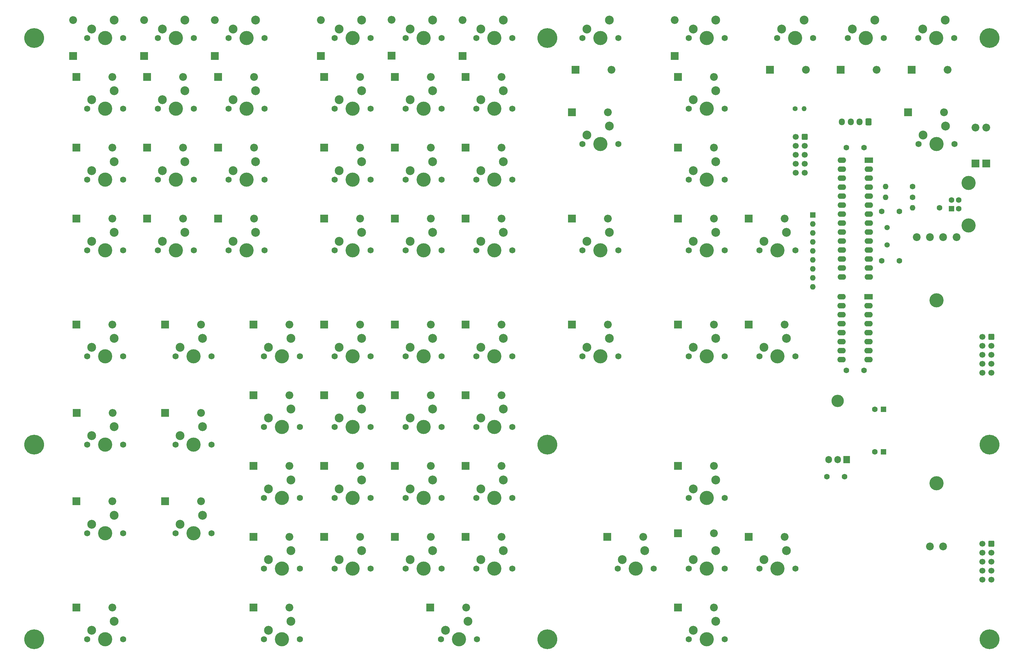
<source format=gbr>
%TF.GenerationSoftware,KiCad,Pcbnew,7.0.5*%
%TF.CreationDate,2023-07-04T22:58:32+02:00*%
%TF.ProjectId,CMD_Board,434d445f-426f-4617-9264-2e6b69636164,rev?*%
%TF.SameCoordinates,Original*%
%TF.FileFunction,Soldermask,Bot*%
%TF.FilePolarity,Negative*%
%FSLAX46Y46*%
G04 Gerber Fmt 4.6, Leading zero omitted, Abs format (unit mm)*
G04 Created by KiCad (PCBNEW 7.0.5) date 2023-07-04 22:58:32*
%MOMM*%
%LPD*%
G01*
G04 APERTURE LIST*
G04 Aperture macros list*
%AMRoundRect*
0 Rectangle with rounded corners*
0 $1 Rounding radius*
0 $2 $3 $4 $5 $6 $7 $8 $9 X,Y pos of 4 corners*
0 Add a 4 corners polygon primitive as box body*
4,1,4,$2,$3,$4,$5,$6,$7,$8,$9,$2,$3,0*
0 Add four circle primitives for the rounded corners*
1,1,$1+$1,$2,$3*
1,1,$1+$1,$4,$5*
1,1,$1+$1,$6,$7*
1,1,$1+$1,$8,$9*
0 Add four rect primitives between the rounded corners*
20,1,$1+$1,$2,$3,$4,$5,0*
20,1,$1+$1,$4,$5,$6,$7,0*
20,1,$1+$1,$6,$7,$8,$9,0*
20,1,$1+$1,$8,$9,$2,$3,0*%
G04 Aperture macros list end*
%ADD10R,2.200000X2.200000*%
%ADD11O,2.200000X2.200000*%
%ADD12C,4.000000*%
%ADD13C,1.750000*%
%ADD14C,2.500000*%
%ADD15C,5.600000*%
%ADD16C,2.200000*%
%ADD17RoundRect,0.250000X0.600000X0.600000X-0.600000X0.600000X-0.600000X-0.600000X0.600000X-0.600000X0*%
%ADD18C,1.700000*%
%ADD19R,1.600000X1.600000*%
%ADD20C,1.600000*%
%ADD21C,1.400000*%
%ADD22O,1.400000X1.400000*%
%ADD23O,1.600000X1.600000*%
%ADD24C,1.500000*%
%ADD25O,3.500000X3.500000*%
%ADD26R,1.905000X2.000000*%
%ADD27O,1.905000X2.000000*%
%ADD28RoundRect,0.250000X0.600000X0.725000X-0.600000X0.725000X-0.600000X-0.725000X0.600000X-0.725000X0*%
%ADD29O,1.700000X1.950000*%
%ADD30R,2.400000X1.600000*%
%ADD31O,2.400000X1.600000*%
G04 APERTURE END LIST*
D10*
%TO.C,D58*%
X106920000Y-181000000D03*
D11*
X117080000Y-181000000D03*
%TD*%
D10*
%TO.C,D70*%
X246920000Y-161000000D03*
D11*
X257080000Y-161000000D03*
%TD*%
D12*
%TO.C,SW14*%
X155000000Y-20000000D03*
D13*
X149920000Y-20000000D03*
X160080000Y-20000000D03*
D14*
X151190000Y-17460000D03*
X157540000Y-14920000D03*
%TD*%
D12*
%TO.C,SW11*%
X85000000Y-80000000D03*
D13*
X90080000Y-80000000D03*
X79920000Y-80000000D03*
D14*
X81190000Y-77460000D03*
X87540000Y-74920000D03*
%TD*%
D13*
%TO.C,SW25*%
X199920000Y-20000000D03*
X210080000Y-20000000D03*
D12*
X205000000Y-20000000D03*
D14*
X201190000Y-17460000D03*
X207540000Y-14920000D03*
%TD*%
D15*
%TO.C,H2*%
X315000000Y-135000000D03*
%TD*%
D13*
%TO.C,SW56*%
X109920000Y-190000000D03*
X120080000Y-190000000D03*
D12*
X115000000Y-190000000D03*
D14*
X111190000Y-187460000D03*
X117540000Y-184920000D03*
%TD*%
D10*
%TO.C,D71*%
X226920000Y-181000000D03*
D11*
X237080000Y-181000000D03*
%TD*%
D10*
%TO.C,D44*%
X106920000Y-141000000D03*
D11*
X117080000Y-141000000D03*
%TD*%
D10*
%TO.C,D42*%
X106920000Y-101000000D03*
D11*
X117080000Y-101000000D03*
%TD*%
D13*
%TO.C,SW54*%
X169920000Y-150000000D03*
D12*
X175000000Y-150000000D03*
D13*
X180080000Y-150000000D03*
D14*
X171190000Y-147460000D03*
X177540000Y-144920000D03*
%TD*%
D13*
%TO.C,SW6*%
X99920000Y-40000000D03*
X110080000Y-40000000D03*
D12*
X105000000Y-40000000D03*
D14*
X101190000Y-37460000D03*
X107540000Y-34920000D03*
%TD*%
D10*
%TO.C,D14*%
X126000000Y-25080000D03*
D11*
X126000000Y-14920000D03*
%TD*%
D12*
%TO.C,SW52*%
X175000000Y-110000000D03*
D13*
X169920000Y-110000000D03*
X180080000Y-110000000D03*
D14*
X171190000Y-107460000D03*
X177540000Y-104920000D03*
%TD*%
D12*
%TO.C,SW20*%
X155000000Y-60000000D03*
D13*
X160080000Y-60000000D03*
X149920000Y-60000000D03*
D14*
X151190000Y-57460000D03*
X157540000Y-54920000D03*
%TD*%
D13*
%TO.C,SW12*%
X110080000Y-80000000D03*
D12*
X105000000Y-80000000D03*
D13*
X99920000Y-80000000D03*
D14*
X101190000Y-77460000D03*
X107540000Y-74920000D03*
%TD*%
D13*
%TO.C,SW35*%
X59920000Y-160000000D03*
D12*
X65000000Y-160000000D03*
D13*
X70080000Y-160000000D03*
D14*
X61190000Y-157460000D03*
X67540000Y-154920000D03*
%TD*%
D10*
%TO.C,D21*%
X126920000Y-51000000D03*
D11*
X137080000Y-51000000D03*
%TD*%
D12*
%TO.C,SW19*%
X135000000Y-60000000D03*
D13*
X140080000Y-60000000D03*
X129920000Y-60000000D03*
D14*
X131190000Y-57460000D03*
X137540000Y-54920000D03*
%TD*%
D10*
%TO.C,D40*%
X81920000Y-151000000D03*
D11*
X92080000Y-151000000D03*
%TD*%
D13*
%TO.C,SW28*%
X240080000Y-20000000D03*
D12*
X235000000Y-20000000D03*
D13*
X229920000Y-20000000D03*
D14*
X231190000Y-17460000D03*
X237540000Y-14920000D03*
%TD*%
D13*
%TO.C,SW26*%
X210080000Y-50000000D03*
D12*
X205000000Y-50000000D03*
D13*
X199920000Y-50000000D03*
D14*
X201190000Y-47460000D03*
X207540000Y-44920000D03*
%TD*%
D13*
%TO.C,SW13*%
X140080000Y-20000000D03*
X129920000Y-20000000D03*
D12*
X135000000Y-20000000D03*
D14*
X131190000Y-17460000D03*
X137540000Y-14920000D03*
%TD*%
D10*
%TO.C,D68*%
X206920000Y-161000000D03*
D11*
X217080000Y-161000000D03*
%TD*%
D10*
%TO.C,D17*%
X126920000Y-31000000D03*
D11*
X137080000Y-31000000D03*
%TD*%
D10*
%TO.C,D56*%
X166920000Y-141000000D03*
D11*
X177080000Y-141000000D03*
%TD*%
D12*
%TO.C,SW32*%
X255000000Y-80000000D03*
D13*
X249920000Y-80000000D03*
X260080000Y-80000000D03*
D14*
X251190000Y-77460000D03*
X257540000Y-74920000D03*
%TD*%
D13*
%TO.C,SW1*%
X70080000Y-20000000D03*
X59920000Y-20000000D03*
D12*
X65000000Y-20000000D03*
D14*
X61190000Y-17460000D03*
X67540000Y-14920000D03*
%TD*%
D10*
%TO.C,D49*%
X126920000Y-161000000D03*
D11*
X137080000Y-161000000D03*
%TD*%
D12*
%TO.C,SW3*%
X105000000Y-20000000D03*
D13*
X99920000Y-20000000D03*
X110080000Y-20000000D03*
D14*
X101190000Y-17460000D03*
X107540000Y-14920000D03*
%TD*%
D10*
%TO.C,D60*%
X196920000Y-101000000D03*
D11*
X207080000Y-101000000D03*
%TD*%
D13*
%TO.C,SW24*%
X180080000Y-80000000D03*
D12*
X175000000Y-80000000D03*
D13*
X169920000Y-80000000D03*
D14*
X171190000Y-77460000D03*
X177540000Y-74920000D03*
%TD*%
D10*
%TO.C,D29*%
X196920000Y-71000000D03*
D11*
X207080000Y-71000000D03*
%TD*%
D13*
%TO.C,SW60*%
X249920000Y-110000000D03*
D12*
X255000000Y-110000000D03*
D13*
X260080000Y-110000000D03*
D14*
X251190000Y-107460000D03*
X257540000Y-104920000D03*
%TD*%
D10*
%TO.C,D23*%
X166920000Y-51000000D03*
D11*
X177080000Y-51000000D03*
%TD*%
D10*
%TO.C,D52*%
X146920000Y-141000000D03*
D11*
X157080000Y-141000000D03*
%TD*%
D13*
%TO.C,SW68*%
X249920000Y-170000000D03*
X260080000Y-170000000D03*
D12*
X255000000Y-170000000D03*
D14*
X251190000Y-167460000D03*
X257540000Y-164920000D03*
%TD*%
D10*
%TO.C,D30*%
X226000000Y-25080000D03*
D11*
X226000000Y-14920000D03*
%TD*%
D13*
%TO.C,SW69*%
X229920000Y-190000000D03*
X240080000Y-190000000D03*
D12*
X235000000Y-190000000D03*
D14*
X231190000Y-187460000D03*
X237540000Y-184920000D03*
%TD*%
D15*
%TO.C,H5*%
X190000000Y-190000000D03*
%TD*%
D10*
%TO.C,D27*%
X197920000Y-29000000D03*
D11*
X208080000Y-29000000D03*
%TD*%
D10*
%TO.C,D31*%
X226920000Y-31000000D03*
D11*
X237080000Y-31000000D03*
%TD*%
D13*
%TO.C,SW57*%
X159920000Y-190000000D03*
X170080000Y-190000000D03*
D12*
X165000000Y-190000000D03*
D14*
X161190000Y-187460000D03*
X167540000Y-184920000D03*
%TD*%
D10*
%TO.C,D62*%
X246920000Y-101000000D03*
D11*
X257080000Y-101000000D03*
%TD*%
D13*
%TO.C,SW4*%
X59920000Y-40000000D03*
X70080000Y-40000000D03*
D12*
X65000000Y-40000000D03*
D14*
X61190000Y-37460000D03*
X67540000Y-34920000D03*
%TD*%
D13*
%TO.C,SW51*%
X149920000Y-170000000D03*
X160080000Y-170000000D03*
D12*
X155000000Y-170000000D03*
D14*
X151190000Y-167460000D03*
X157540000Y-164920000D03*
%TD*%
D13*
%TO.C,SW34*%
X59920000Y-135000000D03*
D12*
X65000000Y-135000000D03*
D13*
X70080000Y-135000000D03*
D14*
X61190000Y-132460000D03*
X67540000Y-129920000D03*
%TD*%
D10*
%TO.C,D67*%
X291920000Y-41000000D03*
D11*
X302080000Y-41000000D03*
%TD*%
D13*
%TO.C,SW66*%
X209920000Y-170000000D03*
X220080000Y-170000000D03*
D12*
X215000000Y-170000000D03*
D14*
X211190000Y-167460000D03*
X217540000Y-164920000D03*
%TD*%
D10*
%TO.C,D22*%
X146920000Y-51000000D03*
D11*
X157080000Y-51000000D03*
%TD*%
D12*
%TO.C,SW16*%
X135000000Y-40000000D03*
D13*
X129920000Y-40000000D03*
X140080000Y-40000000D03*
D14*
X131190000Y-37460000D03*
X137540000Y-34920000D03*
%TD*%
D10*
%TO.C,D9*%
X76920000Y-51000000D03*
D11*
X87080000Y-51000000D03*
%TD*%
D13*
%TO.C,SW22*%
X129920000Y-80000000D03*
X140080000Y-80000000D03*
D12*
X135000000Y-80000000D03*
D14*
X131190000Y-77460000D03*
X137540000Y-74920000D03*
%TD*%
D12*
%TO.C,SW17*%
X155000000Y-40000000D03*
D13*
X160080000Y-40000000D03*
X149920000Y-40000000D03*
D14*
X151190000Y-37460000D03*
X157540000Y-34920000D03*
%TD*%
D15*
%TO.C,H3*%
X190000000Y-135000000D03*
%TD*%
D13*
%TO.C,SW50*%
X149920000Y-150000000D03*
D12*
X155000000Y-150000000D03*
D13*
X160080000Y-150000000D03*
D14*
X151190000Y-147460000D03*
X157540000Y-144920000D03*
%TD*%
D12*
%TO.C,SW42*%
X115000000Y-150000000D03*
D13*
X109920000Y-150000000D03*
X120080000Y-150000000D03*
D14*
X111190000Y-147460000D03*
X117540000Y-144920000D03*
%TD*%
D13*
%TO.C,SW65*%
X294920000Y-50000000D03*
D12*
X300000000Y-50000000D03*
D13*
X305080000Y-50000000D03*
D14*
X296190000Y-47460000D03*
X302540000Y-44920000D03*
%TD*%
D10*
%TO.C,D69*%
X226920000Y-160000000D03*
D11*
X237080000Y-160000000D03*
%TD*%
D13*
%TO.C,SW33*%
X70080000Y-110000000D03*
X59920000Y-110000000D03*
D12*
X65000000Y-110000000D03*
D14*
X61190000Y-107460000D03*
X67540000Y-104920000D03*
%TD*%
D10*
%TO.C,D6*%
X76920000Y-31000000D03*
D11*
X87080000Y-31000000D03*
%TD*%
D12*
%TO.C,SW53*%
X175000000Y-130000000D03*
D13*
X180080000Y-130000000D03*
X169920000Y-130000000D03*
D14*
X171190000Y-127460000D03*
X177540000Y-124920000D03*
%TD*%
D12*
%TO.C,SW23*%
X155000000Y-80000000D03*
D13*
X160080000Y-80000000D03*
X149920000Y-80000000D03*
D14*
X151190000Y-77460000D03*
X157540000Y-74920000D03*
%TD*%
D10*
%TO.C,D59*%
X156920000Y-181000000D03*
D11*
X167080000Y-181000000D03*
%TD*%
D10*
%TO.C,D13*%
X96920000Y-71000000D03*
D11*
X107080000Y-71000000D03*
%TD*%
D13*
%TO.C,SW58*%
X199920000Y-110000000D03*
X210080000Y-110000000D03*
D12*
X205000000Y-110000000D03*
D14*
X201190000Y-107460000D03*
X207540000Y-104920000D03*
%TD*%
D12*
%TO.C,SW29*%
X235000000Y-40000000D03*
D13*
X240080000Y-40000000D03*
X229920000Y-40000000D03*
D14*
X231190000Y-37460000D03*
X237540000Y-34920000D03*
%TD*%
D13*
%TO.C,SW36*%
X95080000Y-110000000D03*
X84920000Y-110000000D03*
D12*
X90000000Y-110000000D03*
D14*
X86190000Y-107460000D03*
X92540000Y-104920000D03*
%TD*%
D13*
%TO.C,SW49*%
X149920000Y-130000000D03*
X160080000Y-130000000D03*
D12*
X155000000Y-130000000D03*
D14*
X151190000Y-127460000D03*
X157540000Y-124920000D03*
%TD*%
D13*
%TO.C,SW45*%
X129920000Y-130000000D03*
X140080000Y-130000000D03*
D12*
X135000000Y-130000000D03*
D14*
X131190000Y-127460000D03*
X137540000Y-124920000D03*
%TD*%
D10*
%TO.C,D51*%
X146920000Y-121000000D03*
D11*
X157080000Y-121000000D03*
%TD*%
D13*
%TO.C,SW37*%
X84920000Y-135000000D03*
D12*
X90000000Y-135000000D03*
D13*
X95080000Y-135000000D03*
D14*
X86190000Y-132460000D03*
X92540000Y-129920000D03*
%TD*%
D10*
%TO.C,D8*%
X56920000Y-51000000D03*
D11*
X67080000Y-51000000D03*
%TD*%
D13*
%TO.C,SW9*%
X110080000Y-60000000D03*
D12*
X105000000Y-60000000D03*
D13*
X99920000Y-60000000D03*
D14*
X101190000Y-57460000D03*
X107540000Y-54920000D03*
%TD*%
D12*
%TO.C,SW55*%
X175000000Y-170000000D03*
D13*
X169920000Y-170000000D03*
X180080000Y-170000000D03*
D14*
X171190000Y-167460000D03*
X177540000Y-164920000D03*
%TD*%
D10*
%TO.C,D45*%
X106920000Y-161000000D03*
D11*
X117080000Y-161000000D03*
%TD*%
D10*
%TO.C,D63*%
X252920000Y-29000000D03*
D11*
X263080000Y-29000000D03*
%TD*%
D10*
%TO.C,D47*%
X126920000Y-121000000D03*
D11*
X137080000Y-121000000D03*
%TD*%
D10*
%TO.C,D5*%
X56920000Y-31000000D03*
D11*
X67080000Y-31000000D03*
%TD*%
D10*
%TO.C,D53*%
X146920000Y-161000000D03*
D11*
X157080000Y-161000000D03*
%TD*%
D13*
%TO.C,SW15*%
X180080000Y-20000000D03*
X169920000Y-20000000D03*
D12*
X175000000Y-20000000D03*
D14*
X171190000Y-17460000D03*
X177540000Y-14920000D03*
%TD*%
D10*
%TO.C,D7*%
X96920000Y-31000000D03*
D11*
X107080000Y-31000000D03*
%TD*%
D10*
%TO.C,D26*%
X166920000Y-71000000D03*
D11*
X177080000Y-71000000D03*
%TD*%
D13*
%TO.C,SW63*%
X229920000Y-150000000D03*
X240080000Y-150000000D03*
D12*
X235000000Y-150000000D03*
D14*
X231190000Y-147460000D03*
X237540000Y-144920000D03*
%TD*%
D13*
%TO.C,SW8*%
X90080000Y-60000000D03*
X79920000Y-60000000D03*
D12*
X85000000Y-60000000D03*
D14*
X81190000Y-57460000D03*
X87540000Y-54920000D03*
%TD*%
D13*
%TO.C,SW18*%
X169920000Y-40000000D03*
X180080000Y-40000000D03*
D12*
X175000000Y-40000000D03*
D14*
X171190000Y-37460000D03*
X177540000Y-34920000D03*
%TD*%
D15*
%TO.C,H2*%
X190000000Y-20000000D03*
%TD*%
D10*
%TO.C,D32*%
X226920000Y-51000000D03*
D11*
X237080000Y-51000000D03*
%TD*%
D15*
%TO.C,H1*%
X45000000Y-135000000D03*
%TD*%
D10*
%TO.C,D41*%
X56920000Y-181000000D03*
D11*
X67080000Y-181000000D03*
%TD*%
D13*
%TO.C,SW62*%
X274920000Y-20000000D03*
D12*
X280000000Y-20000000D03*
D13*
X285080000Y-20000000D03*
D14*
X276190000Y-17460000D03*
X282540000Y-14920000D03*
%TD*%
D12*
%TO.C,SW47*%
X135000000Y-170000000D03*
D13*
X140080000Y-170000000D03*
X129920000Y-170000000D03*
D14*
X131190000Y-167460000D03*
X137540000Y-164920000D03*
%TD*%
D10*
%TO.C,D66*%
X292920000Y-29000000D03*
D11*
X303080000Y-29000000D03*
%TD*%
D15*
%TO.C,H4*%
X45000000Y-20000000D03*
%TD*%
D10*
%TO.C,D28*%
X196920000Y-41000000D03*
D11*
X207080000Y-41000000D03*
%TD*%
D12*
%TO.C,SW61*%
X260000000Y-20000000D03*
D13*
X265080000Y-20000000D03*
X254920000Y-20000000D03*
D14*
X256190000Y-17460000D03*
X262540000Y-14920000D03*
%TD*%
D10*
%TO.C,D57*%
X166920000Y-161000000D03*
D11*
X177080000Y-161000000D03*
%TD*%
D10*
%TO.C,D46*%
X126920000Y-101000000D03*
D11*
X137080000Y-101000000D03*
%TD*%
D10*
%TO.C,D64*%
X272920000Y-29000000D03*
D11*
X283080000Y-29000000D03*
%TD*%
D10*
%TO.C,D4*%
X96000000Y-25080000D03*
D11*
X96000000Y-14920000D03*
%TD*%
D13*
%TO.C,SW43*%
X120080000Y-170000000D03*
D12*
X115000000Y-170000000D03*
D13*
X109920000Y-170000000D03*
D14*
X111190000Y-167460000D03*
X117540000Y-164920000D03*
%TD*%
D10*
%TO.C,D65*%
X226920000Y-141000000D03*
D11*
X237080000Y-141000000D03*
%TD*%
D10*
%TO.C,D24*%
X126920000Y-71000000D03*
D11*
X137080000Y-71000000D03*
%TD*%
D13*
%TO.C,SW27*%
X210080000Y-80000000D03*
X199920000Y-80000000D03*
D12*
X205000000Y-80000000D03*
D14*
X201190000Y-77460000D03*
X207540000Y-74920000D03*
%TD*%
D10*
%TO.C,D35*%
X56920000Y-101000000D03*
D11*
X67080000Y-101000000D03*
%TD*%
D13*
%TO.C,SW40*%
X109920000Y-110000000D03*
X120080000Y-110000000D03*
D12*
X115000000Y-110000000D03*
D14*
X111190000Y-107460000D03*
X117540000Y-104920000D03*
%TD*%
D15*
%TO.C,H6*%
X45000000Y-190000000D03*
%TD*%
D10*
%TO.C,D43*%
X106920000Y-121000000D03*
D11*
X117080000Y-121000000D03*
%TD*%
D10*
%TO.C,D12*%
X76920000Y-71000000D03*
D11*
X87080000Y-71000000D03*
%TD*%
D13*
%TO.C,SW31*%
X229920000Y-80000000D03*
D12*
X235000000Y-80000000D03*
D13*
X240080000Y-80000000D03*
D14*
X231190000Y-77460000D03*
X237540000Y-74920000D03*
%TD*%
D15*
%TO.C,H2*%
X315000000Y-190000000D03*
%TD*%
D13*
%TO.C,SW64*%
X294840000Y-20000000D03*
X305000000Y-20000000D03*
D12*
X299920000Y-20000000D03*
D14*
X296110000Y-17460000D03*
X302460000Y-14920000D03*
%TD*%
D10*
%TO.C,D20*%
X166920000Y-31000000D03*
D11*
X177080000Y-31000000D03*
%TD*%
D15*
%TO.C,H2*%
X315000000Y-20000000D03*
%TD*%
D10*
%TO.C,D33*%
X226920000Y-71000000D03*
D11*
X237080000Y-71000000D03*
%TD*%
D10*
%TO.C,D34*%
X246920000Y-71000000D03*
D11*
X257080000Y-71000000D03*
%TD*%
D10*
%TO.C,D55*%
X166920000Y-121000000D03*
D11*
X177080000Y-121000000D03*
%TD*%
D13*
%TO.C,SW10*%
X70080000Y-80000000D03*
D12*
X65000000Y-80000000D03*
D13*
X59920000Y-80000000D03*
D14*
X61190000Y-77460000D03*
X67540000Y-74920000D03*
%TD*%
D10*
%TO.C,D2*%
X56000000Y-25080000D03*
D11*
X56000000Y-14920000D03*
%TD*%
D10*
%TO.C,D15*%
X146000000Y-25000000D03*
D11*
X146000000Y-14840000D03*
%TD*%
D10*
%TO.C,D36*%
X57000000Y-126000000D03*
D11*
X67160000Y-126000000D03*
%TD*%
D10*
%TO.C,D10*%
X96920000Y-51000000D03*
D11*
X107080000Y-51000000D03*
%TD*%
D13*
%TO.C,SW7*%
X70080000Y-60000000D03*
X59920000Y-60000000D03*
D12*
X65000000Y-60000000D03*
D14*
X61190000Y-57460000D03*
X67540000Y-54920000D03*
%TD*%
D13*
%TO.C,SW38*%
X84920000Y-160000000D03*
X95080000Y-160000000D03*
D12*
X90000000Y-160000000D03*
D14*
X86190000Y-157460000D03*
X92540000Y-154920000D03*
%TD*%
D10*
%TO.C,D50*%
X146920000Y-101000000D03*
D11*
X157080000Y-101000000D03*
%TD*%
D10*
%TO.C,D19*%
X146920000Y-31000000D03*
D11*
X157080000Y-31000000D03*
%TD*%
D13*
%TO.C,SW30*%
X229920000Y-60000000D03*
X240080000Y-60000000D03*
D12*
X235000000Y-60000000D03*
D14*
X231190000Y-57460000D03*
X237540000Y-54920000D03*
%TD*%
D13*
%TO.C,SW21*%
X169920000Y-60000000D03*
D12*
X175000000Y-60000000D03*
D13*
X180080000Y-60000000D03*
D14*
X171190000Y-57460000D03*
X177540000Y-54920000D03*
%TD*%
D10*
%TO.C,D38*%
X81920000Y-101000000D03*
D11*
X92080000Y-101000000D03*
%TD*%
D10*
%TO.C,D48*%
X126920000Y-141000000D03*
D11*
X137080000Y-141000000D03*
%TD*%
D12*
%TO.C,SW67*%
X235000000Y-170000000D03*
D13*
X240080000Y-170000000D03*
X229920000Y-170000000D03*
D14*
X231190000Y-167460000D03*
X237540000Y-164920000D03*
%TD*%
D10*
%TO.C,D3*%
X76000000Y-25080000D03*
D11*
X76000000Y-14920000D03*
%TD*%
D10*
%TO.C,D54*%
X166920000Y-101000000D03*
D11*
X177080000Y-101000000D03*
%TD*%
D10*
%TO.C,D11*%
X56920000Y-71000000D03*
D11*
X67080000Y-71000000D03*
%TD*%
D10*
%TO.C,D37*%
X56920000Y-151000000D03*
D11*
X67080000Y-151000000D03*
%TD*%
D12*
%TO.C,SW46*%
X135000000Y-150000000D03*
D13*
X129920000Y-150000000D03*
X140080000Y-150000000D03*
D14*
X131190000Y-147460000D03*
X137540000Y-144920000D03*
%TD*%
D13*
%TO.C,SW41*%
X109920000Y-130000000D03*
D12*
X115000000Y-130000000D03*
D13*
X120080000Y-130000000D03*
D14*
X111190000Y-127460000D03*
X117540000Y-124920000D03*
%TD*%
D12*
%TO.C,SW5*%
X85000000Y-40000000D03*
D13*
X90080000Y-40000000D03*
X79920000Y-40000000D03*
D14*
X81190000Y-37460000D03*
X87540000Y-34920000D03*
%TD*%
D10*
%TO.C,D25*%
X146920000Y-71000000D03*
D11*
X157080000Y-71000000D03*
%TD*%
D10*
%TO.C,D61*%
X226920000Y-101000000D03*
D11*
X237080000Y-101000000D03*
%TD*%
D16*
%TO.C,RV1*%
X298120000Y-76250000D03*
X294370000Y-76250000D03*
X298120000Y-163750000D03*
X301880000Y-76250000D03*
X305630000Y-76250000D03*
X301880000Y-163750000D03*
D12*
X300000000Y-94150000D03*
X300000000Y-145850000D03*
%TD*%
D13*
%TO.C,SW44*%
X129920000Y-110000000D03*
D12*
X135000000Y-110000000D03*
D13*
X140080000Y-110000000D03*
D14*
X131190000Y-107460000D03*
X137540000Y-104920000D03*
%TD*%
D10*
%TO.C,D39*%
X81920000Y-126000000D03*
D11*
X92080000Y-126000000D03*
%TD*%
D12*
%TO.C,SW39*%
X65000000Y-190000000D03*
D13*
X59920000Y-190000000D03*
X70080000Y-190000000D03*
D14*
X61190000Y-187460000D03*
X67540000Y-184920000D03*
%TD*%
D13*
%TO.C,SW48*%
X160080000Y-110000000D03*
X149920000Y-110000000D03*
D12*
X155000000Y-110000000D03*
D14*
X151190000Y-107460000D03*
X157540000Y-104920000D03*
%TD*%
D10*
%TO.C,D16*%
X166000000Y-25080000D03*
D11*
X166000000Y-14920000D03*
%TD*%
D12*
%TO.C,SW59*%
X235000000Y-110000000D03*
D13*
X240080000Y-110000000D03*
X229920000Y-110000000D03*
D14*
X231190000Y-107460000D03*
X237540000Y-104920000D03*
%TD*%
D12*
%TO.C,SW2*%
X85000000Y-20000000D03*
D13*
X90080000Y-20000000D03*
X79920000Y-20000000D03*
D14*
X81190000Y-17460000D03*
X87540000Y-14920000D03*
%TD*%
D17*
%TO.C,J4*%
X315500000Y-163000000D03*
D18*
X312960000Y-163000000D03*
X315500000Y-165540000D03*
X312960000Y-165540000D03*
X315500000Y-168080000D03*
X312960000Y-168080000D03*
X315500000Y-170620000D03*
X312960000Y-170620000D03*
X315500000Y-173160000D03*
X312960000Y-173160000D03*
%TD*%
D17*
%TO.C,J5*%
X315500000Y-104500000D03*
D18*
X312960000Y-104500000D03*
X315500000Y-107040000D03*
X312960000Y-107040000D03*
X315500000Y-109580000D03*
X312960000Y-109580000D03*
X315500000Y-112120000D03*
X312960000Y-112120000D03*
X315500000Y-114660000D03*
X312960000Y-114660000D03*
%TD*%
D10*
%TO.C,D18*%
X314000000Y-55500000D03*
D11*
X314000000Y-45340000D03*
%TD*%
D19*
%TO.C,J1*%
X304212500Y-68250000D03*
D20*
X304212500Y-65750000D03*
X306212500Y-65750000D03*
X306212500Y-68250000D03*
D12*
X309072500Y-73000000D03*
X309072500Y-61000000D03*
%TD*%
D21*
%TO.C,R4*%
X260000000Y-40000000D03*
D22*
X262540000Y-40000000D03*
%TD*%
D20*
%TO.C,C1*%
X279500000Y-51000000D03*
X274500000Y-51000000D03*
%TD*%
D17*
%TO.C,J2*%
X262752500Y-47920000D03*
D18*
X260212500Y-47920000D03*
X262752500Y-50460000D03*
X260212500Y-50460000D03*
X262752500Y-53000000D03*
X260212500Y-53000000D03*
X262752500Y-55540000D03*
X260212500Y-55540000D03*
X262752500Y-58080000D03*
X260212500Y-58080000D03*
%TD*%
D20*
%TO.C,R3*%
X293190000Y-65000000D03*
D23*
X285570000Y-65000000D03*
%TD*%
D19*
%TO.C,C6*%
X285000000Y-137000000D03*
D20*
X282500000Y-137000000D03*
%TD*%
D24*
%TO.C,Y1*%
X286000000Y-78450000D03*
X286000000Y-73550000D03*
%TD*%
D20*
%TO.C,R1*%
X300810000Y-68000000D03*
D23*
X293190000Y-68000000D03*
%TD*%
D10*
%TO.C,D1*%
X311000000Y-55500000D03*
D11*
X311000000Y-45340000D03*
%TD*%
D20*
%TO.C,C3*%
X289500000Y-69000000D03*
X284500000Y-69000000D03*
%TD*%
D25*
%TO.C,U2*%
X272000000Y-122570000D03*
D26*
X274540000Y-139230000D03*
D27*
X272000000Y-139230000D03*
X269460000Y-139230000D03*
%TD*%
D28*
%TO.C,J3*%
X280750000Y-43700000D03*
D29*
X278250000Y-43700000D03*
X275750000Y-43700000D03*
X273250000Y-43700000D03*
%TD*%
D19*
%TO.C,RN1*%
X265000000Y-70000000D03*
D23*
X265000000Y-72540000D03*
X265000000Y-75080000D03*
X265000000Y-77620000D03*
X265000000Y-80160000D03*
X265000000Y-82700000D03*
X265000000Y-85240000D03*
X265000000Y-87780000D03*
X265000000Y-90320000D03*
%TD*%
D30*
%TO.C,U3*%
X280825000Y-54500000D03*
D31*
X280825000Y-57040000D03*
X280825000Y-59580000D03*
X280825000Y-62120000D03*
X280825000Y-64660000D03*
X280825000Y-67200000D03*
X280825000Y-69740000D03*
X280825000Y-72280000D03*
X280825000Y-74820000D03*
X280825000Y-77360000D03*
X280825000Y-79900000D03*
X280825000Y-82440000D03*
X280825000Y-84980000D03*
X280825000Y-87520000D03*
X273205000Y-87520000D03*
X273205000Y-84980000D03*
X273205000Y-82440000D03*
X273205000Y-79900000D03*
X273205000Y-77360000D03*
X273205000Y-74820000D03*
X273205000Y-72280000D03*
X273205000Y-69740000D03*
X273205000Y-67200000D03*
X273205000Y-64660000D03*
X273205000Y-62120000D03*
X273205000Y-59580000D03*
X273205000Y-57040000D03*
X273205000Y-54500000D03*
%TD*%
D19*
%TO.C,C7*%
X285000000Y-125000000D03*
D20*
X282500000Y-125000000D03*
%TD*%
%TO.C,R2*%
X293190000Y-62000000D03*
D23*
X285570000Y-62000000D03*
%TD*%
D20*
%TO.C,C2*%
X279500000Y-114000000D03*
X274500000Y-114000000D03*
%TD*%
D30*
%TO.C,U1*%
X280800000Y-93125000D03*
D31*
X280800000Y-95665000D03*
X280800000Y-98205000D03*
X280800000Y-100745000D03*
X280800000Y-103285000D03*
X280800000Y-105825000D03*
X280800000Y-108365000D03*
X280800000Y-110905000D03*
X273180000Y-110905000D03*
X273180000Y-108365000D03*
X273180000Y-105825000D03*
X273180000Y-103285000D03*
X273180000Y-100745000D03*
X273180000Y-98205000D03*
X273180000Y-95665000D03*
X273180000Y-93125000D03*
%TD*%
D20*
%TO.C,C5*%
X269000000Y-144000000D03*
X274000000Y-144000000D03*
%TD*%
%TO.C,C4*%
X289500000Y-83000000D03*
X284500000Y-83000000D03*
%TD*%
M02*

</source>
